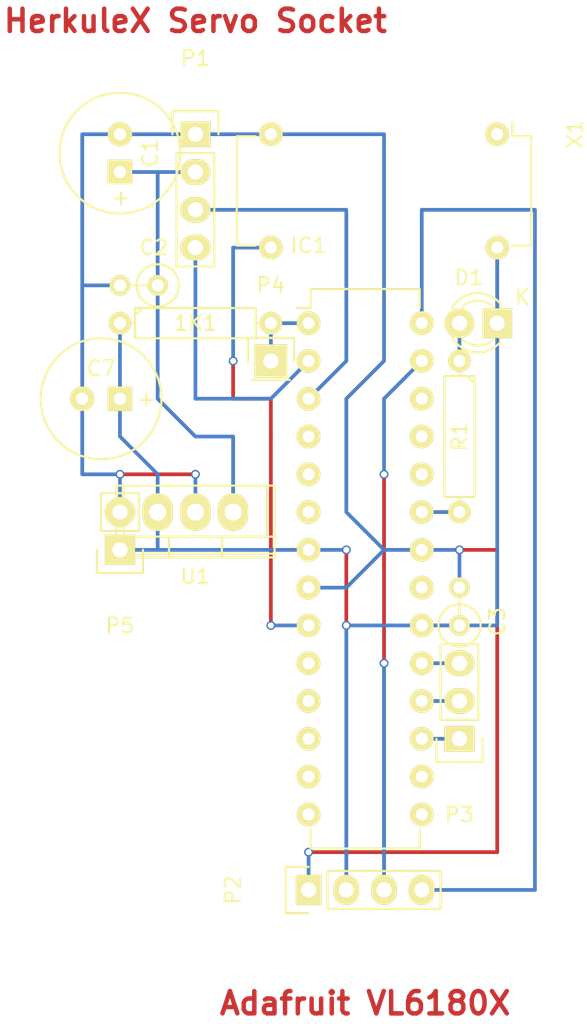
<source format=kicad_pcb>
(kicad_pcb (version 4) (host pcbnew 4.0.6)

  (general
    (links 34)
    (no_connects 0)
    (area 0 0 0 0)
    (thickness 1.6)
    (drawings 2)
    (tracks 106)
    (zones 0)
    (modules 15)
    (nets 29)
  )

  (page User 177.8 177.8)
  (title_block
    (title "Pentapod - Sensor Board")
    (date 2017-05-28)
    (comment 3 "with an Distance Sensor VL6180X")
    (comment 4 "Simulation of a Herkulex Servo Interface (Serial) but ")
  )

  (layers
    (0 F.Cu signal)
    (31 B.Cu signal)
    (32 B.Adhes user)
    (33 F.Adhes user)
    (34 B.Paste user)
    (35 F.Paste user)
    (36 B.SilkS user)
    (37 F.SilkS user)
    (38 B.Mask user)
    (39 F.Mask user)
    (40 Dwgs.User user)
    (41 Cmts.User user)
    (42 Eco1.User user)
    (43 Eco2.User user)
    (44 Edge.Cuts user)
    (45 Margin user)
    (46 B.CrtYd user)
    (47 F.CrtYd user)
    (48 B.Fab user)
    (49 F.Fab user)
  )

  (setup
    (last_trace_width 0.25)
    (trace_clearance 0.2)
    (zone_clearance 0.508)
    (zone_45_only no)
    (trace_min 0.2)
    (segment_width 0.2)
    (edge_width 0.1)
    (via_size 0.6)
    (via_drill 0.4)
    (via_min_size 0.4)
    (via_min_drill 0.3)
    (uvia_size 0.3)
    (uvia_drill 0.1)
    (uvias_allowed no)
    (uvia_min_size 0.2)
    (uvia_min_drill 0.1)
    (pcb_text_width 0.3)
    (pcb_text_size 1.5 1.5)
    (mod_edge_width 0.15)
    (mod_text_size 1 1)
    (mod_text_width 0.15)
    (pad_size 2.032 2.54)
    (pad_drill 1.143)
    (pad_to_mask_clearance 0)
    (aux_axis_origin 158.75 127)
    (visible_elements 7FFFFFFF)
    (pcbplotparams
      (layerselection 0x00030_80000001)
      (usegerberextensions false)
      (excludeedgelayer true)
      (linewidth 0.100000)
      (plotframeref false)
      (viasonmask false)
      (mode 1)
      (useauxorigin false)
      (hpglpennumber 1)
      (hpglpenspeed 20)
      (hpglpendiameter 15)
      (hpglpenoverlay 2)
      (psnegative false)
      (psa4output false)
      (plotreference true)
      (plotvalue true)
      (plotinvisibletext false)
      (padsonsilk false)
      (subtractmaskfromsilk false)
      (outputformat 1)
      (mirror false)
      (drillshape 0)
      (scaleselection 1)
      (outputdirectory ""))
  )

  (net 0 "")
  (net 1 GNDPWR)
  (net 2 "Net-(D1-Pad2)")
  (net 3 /+5V)
  (net 4 "Net-(1K1-Pad2)")
  (net 5 /VDD)
  (net 6 /RX)
  (net 7 /TX)
  (net 8 "Net-(IC1-Pad9)")
  (net 9 /MISO)
  (net 10 /SCK)
  (net 11 /MOSI)
  (net 12 /SDA)
  (net 13 /SCL)
  (net 14 "Net-(IC1-Pad23)")
  (net 15 "Net-(IC1-Pad4)")
  (net 16 "Net-(IC1-Pad5)")
  (net 17 "Net-(IC1-Pad6)")
  (net 18 "Net-(IC1-Pad10)")
  (net 19 "Net-(IC1-Pad11)")
  (net 20 "Net-(IC1-Pad12)")
  (net 21 "Net-(IC1-Pad13)")
  (net 22 "Net-(IC1-Pad14)")
  (net 23 "Net-(IC1-Pad15)")
  (net 24 "Net-(IC1-Pad16)")
  (net 25 "Net-(IC1-Pad21)")
  (net 26 "Net-(IC1-Pad24)")
  (net 27 "Net-(IC1-Pad25)")
  (net 28 "Net-(IC1-Pad26)")

  (net_class Default "Dies ist die voreingestellte Netzklasse."
    (clearance 0.2)
    (trace_width 0.25)
    (via_dia 0.6)
    (via_drill 0.4)
    (uvia_dia 0.3)
    (uvia_drill 0.1)
    (add_net /+5V)
    (add_net /MISO)
    (add_net /MOSI)
    (add_net /RX)
    (add_net /SCK)
    (add_net /SCL)
    (add_net /SDA)
    (add_net /TX)
    (add_net /VDD)
    (add_net GNDPWR)
    (add_net "Net-(1K1-Pad2)")
    (add_net "Net-(D1-Pad2)")
    (add_net "Net-(IC1-Pad10)")
    (add_net "Net-(IC1-Pad11)")
    (add_net "Net-(IC1-Pad12)")
    (add_net "Net-(IC1-Pad13)")
    (add_net "Net-(IC1-Pad14)")
    (add_net "Net-(IC1-Pad15)")
    (add_net "Net-(IC1-Pad16)")
    (add_net "Net-(IC1-Pad21)")
    (add_net "Net-(IC1-Pad23)")
    (add_net "Net-(IC1-Pad24)")
    (add_net "Net-(IC1-Pad25)")
    (add_net "Net-(IC1-Pad26)")
    (add_net "Net-(IC1-Pad4)")
    (add_net "Net-(IC1-Pad5)")
    (add_net "Net-(IC1-Pad6)")
    (add_net "Net-(IC1-Pad9)")
  )

  (module Discret:R4 (layer F.Cu) (tedit 0) (tstamp 5929542A)
    (at 85.09 63.5)
    (descr "Resitance 4 pas")
    (tags R)
    (path /59295D04)
    (fp_text reference 1K1 (at 0 0) (layer F.SilkS)
      (effects (font (size 1 1) (thickness 0.15)))
    )
    (fp_text value 1K (at 0 0) (layer F.Fab)
      (effects (font (size 1 1) (thickness 0.15)))
    )
    (fp_line (start -5.08 0) (end -4.064 0) (layer F.SilkS) (width 0.15))
    (fp_line (start -4.064 0) (end -4.064 -1.016) (layer F.SilkS) (width 0.15))
    (fp_line (start -4.064 -1.016) (end 4.064 -1.016) (layer F.SilkS) (width 0.15))
    (fp_line (start 4.064 -1.016) (end 4.064 1.016) (layer F.SilkS) (width 0.15))
    (fp_line (start 4.064 1.016) (end -4.064 1.016) (layer F.SilkS) (width 0.15))
    (fp_line (start -4.064 1.016) (end -4.064 0) (layer F.SilkS) (width 0.15))
    (fp_line (start -4.064 -0.508) (end -3.556 -1.016) (layer F.SilkS) (width 0.15))
    (fp_line (start 5.08 0) (end 4.064 0) (layer F.SilkS) (width 0.15))
    (pad 1 thru_hole circle (at -5.08 0) (size 1.524 1.524) (drill 0.8128) (layers *.Cu *.Mask F.SilkS)
      (net 3 /+5V))
    (pad 2 thru_hole circle (at 5.08 0) (size 1.524 1.524) (drill 0.8128) (layers *.Cu *.Mask F.SilkS)
      (net 4 "Net-(1K1-Pad2)"))
    (model Discret.3dshapes/R4.wrl
      (at (xyz 0 0 0))
      (scale (xyz 0.4 0.4 0.4))
      (rotate (xyz 0 0 0))
    )
  )

  (module Discret:R1 (layer F.Cu) (tedit 0) (tstamp 5929990D)
    (at 81.28 60.96 180)
    (descr "Resistance verticale")
    (tags R)
    (path /576C5127)
    (fp_text reference C2 (at -1.016 2.54 180) (layer F.SilkS)
      (effects (font (size 1 1) (thickness 0.15)))
    )
    (fp_text value 100nF (at -1.143 2.54 180) (layer F.Fab)
      (effects (font (size 1 1) (thickness 0.15)))
    )
    (fp_line (start -1.27 0) (end 1.27 0) (layer F.SilkS) (width 0.15))
    (fp_circle (center -1.27 0) (end -0.635 1.27) (layer F.SilkS) (width 0.15))
    (pad 1 thru_hole circle (at -1.27 0 180) (size 1.397 1.397) (drill 0.8128) (layers *.Cu *.Mask F.SilkS)
      (net 5 /VDD))
    (pad 2 thru_hole circle (at 1.27 0 180) (size 1.397 1.397) (drill 0.8128) (layers *.Cu *.Mask F.SilkS)
      (net 1 GNDPWR))
    (model Discret.3dshapes/R1.wrl
      (at (xyz 0 0 0))
      (scale (xyz 1 1 1))
      (rotate (xyz 0 0 0))
    )
  )

  (module Housings_DIP:DIP-14_W7.62mm (layer F.Cu) (tedit 5929517A) (tstamp 592951F9)
    (at 105.41 50.8 270)
    (descr "14-lead dip package, row spacing 7.62 mm (300 mils)")
    (tags "dil dip 2.54 300")
    (path /59294A20)
    (fp_text reference X1 (at 0 -5.22 270) (layer F.SilkS)
      (effects (font (size 1 1) (thickness 0.15)))
    )
    (fp_text value CRYSTAL_OSSCI (at 0 -3.72 270) (layer F.Fab)
      (effects (font (size 1 1) (thickness 0.15)))
    )
    (fp_line (start -1.05 -2.45) (end -1.05 17.7) (layer F.CrtYd) (width 0.05))
    (fp_line (start 8.65 -2.45) (end 8.65 17.7) (layer F.CrtYd) (width 0.05))
    (fp_line (start -1.05 -2.45) (end 8.65 -2.45) (layer F.CrtYd) (width 0.05))
    (fp_line (start -1.05 17.7) (end 8.65 17.7) (layer F.CrtYd) (width 0.05))
    (fp_line (start 0.135 -2.295) (end 0.135 -1.025) (layer F.SilkS) (width 0.15))
    (fp_line (start 7.485 -2.295) (end 7.485 -1.025) (layer F.SilkS) (width 0.15))
    (fp_line (start 7.485 17.535) (end 7.485 16.265) (layer F.SilkS) (width 0.15))
    (fp_line (start 0.135 17.535) (end 0.135 16.265) (layer F.SilkS) (width 0.15))
    (fp_line (start 0.135 -2.295) (end 7.485 -2.295) (layer F.SilkS) (width 0.15))
    (fp_line (start 0.135 17.535) (end 7.485 17.535) (layer F.SilkS) (width 0.15))
    (fp_line (start 0.135 -1.025) (end -0.8 -1.025) (layer F.SilkS) (width 0.15))
    (pad 1 thru_hole oval (at 0 0 270) (size 1.6 1.6) (drill 0.8) (layers *.Cu *.Mask F.SilkS))
    (pad 7 thru_hole oval (at 0 15.24 270) (size 1.6 1.6) (drill 0.8) (layers *.Cu *.Mask F.SilkS)
      (net 1 GNDPWR))
    (pad 8 thru_hole oval (at 7.62 15.24 270) (size 1.6 1.6) (drill 0.8) (layers *.Cu *.Mask F.SilkS)
      (net 8 "Net-(IC1-Pad9)"))
    (pad 14 thru_hole oval (at 7.62 0 270) (size 1.6 1.6) (drill 0.8) (layers *.Cu *.Mask F.SilkS)
      (net 3 /+5V))
    (model Housings_DIP.3dshapes/DIP-14_W7.62mm.wrl
      (at (xyz 0 0 0))
      (scale (xyz 1 1 1))
      (rotate (xyz 0 0 0))
    )
  )

  (module LEDs:LED-3MM (layer F.Cu) (tedit 559B82F6) (tstamp 59294F51)
    (at 105.41 63.5 180)
    (descr "LED 3mm round vertical")
    (tags "LED  3mm round vertical")
    (path /592960AC)
    (fp_text reference D1 (at 1.91 3.06 180) (layer F.SilkS)
      (effects (font (size 1 1) (thickness 0.15)))
    )
    (fp_text value LED (at 1.3 -2.9 180) (layer F.Fab)
      (effects (font (size 1 1) (thickness 0.15)))
    )
    (fp_line (start -1.2 2.3) (end 3.8 2.3) (layer F.CrtYd) (width 0.05))
    (fp_line (start 3.8 2.3) (end 3.8 -2.2) (layer F.CrtYd) (width 0.05))
    (fp_line (start 3.8 -2.2) (end -1.2 -2.2) (layer F.CrtYd) (width 0.05))
    (fp_line (start -1.2 -2.2) (end -1.2 2.3) (layer F.CrtYd) (width 0.05))
    (fp_line (start -0.199 1.314) (end -0.199 1.114) (layer F.SilkS) (width 0.15))
    (fp_line (start -0.199 -1.28) (end -0.199 -1.1) (layer F.SilkS) (width 0.15))
    (fp_arc (start 1.301 0.034) (end -0.199 -1.286) (angle 108.5) (layer F.SilkS) (width 0.15))
    (fp_arc (start 1.301 0.034) (end 0.25 -1.1) (angle 85.7) (layer F.SilkS) (width 0.15))
    (fp_arc (start 1.311 0.034) (end 3.051 0.994) (angle 110) (layer F.SilkS) (width 0.15))
    (fp_arc (start 1.301 0.034) (end 2.335 1.094) (angle 87.5) (layer F.SilkS) (width 0.15))
    (fp_text user K (at -1.69 1.74 180) (layer F.SilkS)
      (effects (font (size 1 1) (thickness 0.15)))
    )
    (pad 1 thru_hole rect (at 0 0 270) (size 2 2) (drill 1.00076) (layers *.Cu *.Mask F.SilkS)
      (net 3 /+5V))
    (pad 2 thru_hole circle (at 2.54 0 180) (size 2 2) (drill 1.00076) (layers *.Cu *.Mask F.SilkS)
      (net 2 "Net-(D1-Pad2)"))
    (model LEDs.3dshapes/LED-3MM.wrl
      (at (xyz 0.05 0 0))
      (scale (xyz 1 1 1))
      (rotate (xyz 0 0 90))
    )
  )

  (module Pin_Headers:Pin_Header_Straight_1x04 (layer F.Cu) (tedit 0) (tstamp 5929505E)
    (at 85.09 50.8)
    (descr "Through hole pin header")
    (tags "pin header")
    (path /59295693)
    (fp_text reference P1 (at 0 -5.1) (layer F.SilkS)
      (effects (font (size 1 1) (thickness 0.15)))
    )
    (fp_text value ServoIN (at 0 -3.1) (layer F.Fab)
      (effects (font (size 1 1) (thickness 0.15)))
    )
    (fp_line (start -1.75 -1.75) (end -1.75 9.4) (layer F.CrtYd) (width 0.05))
    (fp_line (start 1.75 -1.75) (end 1.75 9.4) (layer F.CrtYd) (width 0.05))
    (fp_line (start -1.75 -1.75) (end 1.75 -1.75) (layer F.CrtYd) (width 0.05))
    (fp_line (start -1.75 9.4) (end 1.75 9.4) (layer F.CrtYd) (width 0.05))
    (fp_line (start -1.27 1.27) (end -1.27 8.89) (layer F.SilkS) (width 0.15))
    (fp_line (start 1.27 1.27) (end 1.27 8.89) (layer F.SilkS) (width 0.15))
    (fp_line (start 1.55 -1.55) (end 1.55 0) (layer F.SilkS) (width 0.15))
    (fp_line (start -1.27 8.89) (end 1.27 8.89) (layer F.SilkS) (width 0.15))
    (fp_line (start 1.27 1.27) (end -1.27 1.27) (layer F.SilkS) (width 0.15))
    (fp_line (start -1.55 0) (end -1.55 -1.55) (layer F.SilkS) (width 0.15))
    (fp_line (start -1.55 -1.55) (end 1.55 -1.55) (layer F.SilkS) (width 0.15))
    (pad 1 thru_hole rect (at 0 0) (size 2.032 1.7272) (drill 1.016) (layers *.Cu *.Mask F.SilkS)
      (net 1 GNDPWR))
    (pad 2 thru_hole oval (at 0 2.54) (size 2.032 1.7272) (drill 1.016) (layers *.Cu *.Mask F.SilkS)
      (net 5 /VDD))
    (pad 3 thru_hole oval (at 0 5.08) (size 2.032 1.7272) (drill 1.016) (layers *.Cu *.Mask F.SilkS)
      (net 7 /TX))
    (pad 4 thru_hole oval (at 0 7.62) (size 2.032 1.7272) (drill 1.016) (layers *.Cu *.Mask F.SilkS)
      (net 6 /RX))
    (model Pin_Headers.3dshapes/Pin_Header_Straight_1x04.wrl
      (at (xyz 0 -0.15 0))
      (scale (xyz 1 1 1))
      (rotate (xyz 0 0 90))
    )
  )

  (module Discret:R4 (layer F.Cu) (tedit 0) (tstamp 5929542F)
    (at 102.87 71.12 270)
    (descr "Resitance 4 pas")
    (tags R)
    (path /59296242)
    (fp_text reference R1 (at 0 0 270) (layer F.SilkS)
      (effects (font (size 1 1) (thickness 0.15)))
    )
    (fp_text value 1K (at 0 0 270) (layer F.Fab)
      (effects (font (size 1 1) (thickness 0.15)))
    )
    (fp_line (start -5.08 0) (end -4.064 0) (layer F.SilkS) (width 0.15))
    (fp_line (start -4.064 0) (end -4.064 -1.016) (layer F.SilkS) (width 0.15))
    (fp_line (start -4.064 -1.016) (end 4.064 -1.016) (layer F.SilkS) (width 0.15))
    (fp_line (start 4.064 -1.016) (end 4.064 1.016) (layer F.SilkS) (width 0.15))
    (fp_line (start 4.064 1.016) (end -4.064 1.016) (layer F.SilkS) (width 0.15))
    (fp_line (start -4.064 1.016) (end -4.064 0) (layer F.SilkS) (width 0.15))
    (fp_line (start -4.064 -0.508) (end -3.556 -1.016) (layer F.SilkS) (width 0.15))
    (fp_line (start 5.08 0) (end 4.064 0) (layer F.SilkS) (width 0.15))
    (pad 1 thru_hole circle (at -5.08 0 270) (size 1.524 1.524) (drill 0.8128) (layers *.Cu *.Mask F.SilkS)
      (net 2 "Net-(D1-Pad2)"))
    (pad 2 thru_hole circle (at 5.08 0 270) (size 1.524 1.524) (drill 0.8128) (layers *.Cu *.Mask F.SilkS)
      (net 14 "Net-(IC1-Pad23)"))
    (model Discret.3dshapes/R4.wrl
      (at (xyz 0 0 0))
      (scale (xyz 0.4 0.4 0.4))
      (rotate (xyz 0 0 0))
    )
  )

  (module Power_Integrations:TO-220 (layer F.Cu) (tedit 59295382) (tstamp 59295434)
    (at 85.09 76.2 180)
    (descr "Non Isolated JEDEC TO-220 Package")
    (tags "Power Integration YN Package")
    (path /576C4E44)
    (fp_text reference U1 (at 0 -4.318 180) (layer F.SilkS)
      (effects (font (size 1 1) (thickness 0.15)))
    )
    (fp_text value 7805 (at 0 -4.318 180) (layer F.Fab)
      (effects (font (size 1 1) (thickness 0.15)))
    )
    (fp_line (start 4.826 -1.651) (end 4.826 1.778) (layer F.SilkS) (width 0.15))
    (fp_line (start -4.826 -1.651) (end -4.826 1.778) (layer F.SilkS) (width 0.15))
    (fp_line (start 5.334 -2.794) (end -5.334 -2.794) (layer F.SilkS) (width 0.15))
    (fp_line (start 1.778 -1.778) (end 1.778 -3.048) (layer F.SilkS) (width 0.15))
    (fp_line (start -1.778 -1.778) (end -1.778 -3.048) (layer F.SilkS) (width 0.15))
    (fp_line (start -5.334 -1.651) (end 5.334 -1.651) (layer F.SilkS) (width 0.15))
    (fp_line (start 5.334 1.778) (end -5.334 1.778) (layer F.SilkS) (width 0.15))
    (fp_line (start -5.334 -3.048) (end -5.334 1.778) (layer F.SilkS) (width 0.15))
    (fp_line (start 5.334 -3.048) (end 5.334 1.778) (layer F.SilkS) (width 0.15))
    (fp_line (start 5.334 -3.048) (end -5.334 -3.048) (layer F.SilkS) (width 0.15))
    (pad GND thru_hole oval (at 0 0 180) (size 2.032 2.54) (drill 1.143) (layers *.Cu *.Mask F.SilkS)
      (net 1 GNDPWR))
    (pad VO thru_hole oval (at 2.54 0 180) (size 2.032 2.54) (drill 1.143) (layers *.Cu *.Mask F.SilkS)
      (net 3 /+5V))
    (pad VI thru_hole oval (at -2.54 0 180) (size 2.032 2.54) (drill 1.143) (layers *.Cu *.Mask F.SilkS)
      (net 5 /VDD))
  )

  (module Pin_Headers:Pin_Header_Straight_1x04 (layer F.Cu) (tedit 592962A4) (tstamp 592954DF)
    (at 92.71 101.6 90)
    (descr "Through hole pin header")
    (tags "pin header")
    (path /5929710D)
    (fp_text reference P2 (at 0 -5.1 90) (layer F.SilkS)
      (effects (font (size 1 1) (thickness 0.15)))
    )
    (fp_text value VL6180X (at -2.54 3.81 180) (layer F.Fab)
      (effects (font (size 1 1) (thickness 0.15)))
    )
    (fp_line (start -1.75 -1.75) (end -1.75 9.4) (layer F.CrtYd) (width 0.05))
    (fp_line (start 1.75 -1.75) (end 1.75 9.4) (layer F.CrtYd) (width 0.05))
    (fp_line (start -1.75 -1.75) (end 1.75 -1.75) (layer F.CrtYd) (width 0.05))
    (fp_line (start -1.75 9.4) (end 1.75 9.4) (layer F.CrtYd) (width 0.05))
    (fp_line (start -1.27 1.27) (end -1.27 8.89) (layer F.SilkS) (width 0.15))
    (fp_line (start 1.27 1.27) (end 1.27 8.89) (layer F.SilkS) (width 0.15))
    (fp_line (start 1.55 -1.55) (end 1.55 0) (layer F.SilkS) (width 0.15))
    (fp_line (start -1.27 8.89) (end 1.27 8.89) (layer F.SilkS) (width 0.15))
    (fp_line (start 1.27 1.27) (end -1.27 1.27) (layer F.SilkS) (width 0.15))
    (fp_line (start -1.55 0) (end -1.55 -1.55) (layer F.SilkS) (width 0.15))
    (fp_line (start -1.55 -1.55) (end 1.55 -1.55) (layer F.SilkS) (width 0.15))
    (pad 1 thru_hole rect (at 0 0 90) (size 2.032 1.7272) (drill 1.016) (layers *.Cu *.Mask F.SilkS)
      (net 1 GNDPWR))
    (pad 2 thru_hole oval (at 0 2.54 90) (size 2.032 1.7272) (drill 1.016) (layers *.Cu *.Mask F.SilkS)
      (net 3 /+5V))
    (pad 3 thru_hole oval (at 0 5.08 90) (size 2.032 1.7272) (drill 1.016) (layers *.Cu *.Mask F.SilkS)
      (net 12 /SDA))
    (pad 4 thru_hole oval (at 0 7.62 90) (size 2.032 1.7272) (drill 1.016) (layers *.Cu *.Mask F.SilkS)
      (net 13 /SCL))
    (model Pin_Headers.3dshapes/Pin_Header_Straight_1x04.wrl
      (at (xyz 0 -0.15 0))
      (scale (xyz 1 1 1))
      (rotate (xyz 0 0 90))
    )
  )

  (module Housings_DIP:DIP-28_W7.62mm (layer F.Cu) (tedit 54130A77) (tstamp 5929575B)
    (at 92.71 63.5)
    (descr "28-lead dip package, row spacing 7.62 mm (300 mils)")
    (tags "dil dip 2.54 300")
    (path /59295829)
    (fp_text reference IC1 (at 0 -5.22) (layer F.SilkS)
      (effects (font (size 1 1) (thickness 0.15)))
    )
    (fp_text value ATMEGA328-P (at 0 -3.72) (layer F.Fab)
      (effects (font (size 1 1) (thickness 0.15)))
    )
    (fp_line (start -1.05 -2.45) (end -1.05 35.5) (layer F.CrtYd) (width 0.05))
    (fp_line (start 8.65 -2.45) (end 8.65 35.5) (layer F.CrtYd) (width 0.05))
    (fp_line (start -1.05 -2.45) (end 8.65 -2.45) (layer F.CrtYd) (width 0.05))
    (fp_line (start -1.05 35.5) (end 8.65 35.5) (layer F.CrtYd) (width 0.05))
    (fp_line (start 0.135 -2.295) (end 0.135 -1.025) (layer F.SilkS) (width 0.15))
    (fp_line (start 7.485 -2.295) (end 7.485 -1.025) (layer F.SilkS) (width 0.15))
    (fp_line (start 7.485 35.315) (end 7.485 34.045) (layer F.SilkS) (width 0.15))
    (fp_line (start 0.135 35.315) (end 0.135 34.045) (layer F.SilkS) (width 0.15))
    (fp_line (start 0.135 -2.295) (end 7.485 -2.295) (layer F.SilkS) (width 0.15))
    (fp_line (start 0.135 35.315) (end 7.485 35.315) (layer F.SilkS) (width 0.15))
    (fp_line (start 0.135 -1.025) (end -0.8 -1.025) (layer F.SilkS) (width 0.15))
    (pad 1 thru_hole oval (at 0 0) (size 1.6 1.6) (drill 0.8) (layers *.Cu *.Mask F.SilkS)
      (net 4 "Net-(1K1-Pad2)"))
    (pad 2 thru_hole oval (at 0 2.54) (size 1.6 1.6) (drill 0.8) (layers *.Cu *.Mask F.SilkS)
      (net 6 /RX))
    (pad 3 thru_hole oval (at 0 5.08) (size 1.6 1.6) (drill 0.8) (layers *.Cu *.Mask F.SilkS)
      (net 7 /TX))
    (pad 4 thru_hole oval (at 0 7.62) (size 1.6 1.6) (drill 0.8) (layers *.Cu *.Mask F.SilkS)
      (net 15 "Net-(IC1-Pad4)"))
    (pad 5 thru_hole oval (at 0 10.16) (size 1.6 1.6) (drill 0.8) (layers *.Cu *.Mask F.SilkS)
      (net 16 "Net-(IC1-Pad5)"))
    (pad 6 thru_hole oval (at 0 12.7) (size 1.6 1.6) (drill 0.8) (layers *.Cu *.Mask F.SilkS)
      (net 17 "Net-(IC1-Pad6)"))
    (pad 7 thru_hole oval (at 0 15.24) (size 1.6 1.6) (drill 0.8) (layers *.Cu *.Mask F.SilkS)
      (net 3 /+5V))
    (pad 8 thru_hole oval (at 0 17.78) (size 1.6 1.6) (drill 0.8) (layers *.Cu *.Mask F.SilkS)
      (net 1 GNDPWR))
    (pad 9 thru_hole oval (at 0 20.32) (size 1.6 1.6) (drill 0.8) (layers *.Cu *.Mask F.SilkS)
      (net 8 "Net-(IC1-Pad9)"))
    (pad 10 thru_hole oval (at 0 22.86) (size 1.6 1.6) (drill 0.8) (layers *.Cu *.Mask F.SilkS)
      (net 18 "Net-(IC1-Pad10)"))
    (pad 11 thru_hole oval (at 0 25.4) (size 1.6 1.6) (drill 0.8) (layers *.Cu *.Mask F.SilkS)
      (net 19 "Net-(IC1-Pad11)"))
    (pad 12 thru_hole oval (at 0 27.94) (size 1.6 1.6) (drill 0.8) (layers *.Cu *.Mask F.SilkS)
      (net 20 "Net-(IC1-Pad12)"))
    (pad 13 thru_hole oval (at 0 30.48) (size 1.6 1.6) (drill 0.8) (layers *.Cu *.Mask F.SilkS)
      (net 21 "Net-(IC1-Pad13)"))
    (pad 14 thru_hole oval (at 0 33.02) (size 1.6 1.6) (drill 0.8) (layers *.Cu *.Mask F.SilkS)
      (net 22 "Net-(IC1-Pad14)"))
    (pad 15 thru_hole oval (at 7.62 33.02) (size 1.6 1.6) (drill 0.8) (layers *.Cu *.Mask F.SilkS)
      (net 23 "Net-(IC1-Pad15)"))
    (pad 16 thru_hole oval (at 7.62 30.48) (size 1.6 1.6) (drill 0.8) (layers *.Cu *.Mask F.SilkS)
      (net 24 "Net-(IC1-Pad16)"))
    (pad 17 thru_hole oval (at 7.62 27.94) (size 1.6 1.6) (drill 0.8) (layers *.Cu *.Mask F.SilkS)
      (net 11 /MOSI))
    (pad 18 thru_hole oval (at 7.62 25.4) (size 1.6 1.6) (drill 0.8) (layers *.Cu *.Mask F.SilkS)
      (net 9 /MISO))
    (pad 19 thru_hole oval (at 7.62 22.86) (size 1.6 1.6) (drill 0.8) (layers *.Cu *.Mask F.SilkS)
      (net 10 /SCK))
    (pad 20 thru_hole oval (at 7.62 20.32) (size 1.6 1.6) (drill 0.8) (layers *.Cu *.Mask F.SilkS)
      (net 3 /+5V))
    (pad 21 thru_hole oval (at 7.62 17.78) (size 1.6 1.6) (drill 0.8) (layers *.Cu *.Mask F.SilkS)
      (net 25 "Net-(IC1-Pad21)"))
    (pad 22 thru_hole oval (at 7.62 15.24) (size 1.6 1.6) (drill 0.8) (layers *.Cu *.Mask F.SilkS)
      (net 1 GNDPWR))
    (pad 23 thru_hole oval (at 7.62 12.7) (size 1.6 1.6) (drill 0.8) (layers *.Cu *.Mask F.SilkS)
      (net 14 "Net-(IC1-Pad23)"))
    (pad 24 thru_hole oval (at 7.62 10.16) (size 1.6 1.6) (drill 0.8) (layers *.Cu *.Mask F.SilkS)
      (net 26 "Net-(IC1-Pad24)"))
    (pad 25 thru_hole oval (at 7.62 7.62) (size 1.6 1.6) (drill 0.8) (layers *.Cu *.Mask F.SilkS)
      (net 27 "Net-(IC1-Pad25)"))
    (pad 26 thru_hole oval (at 7.62 5.08) (size 1.6 1.6) (drill 0.8) (layers *.Cu *.Mask F.SilkS)
      (net 28 "Net-(IC1-Pad26)"))
    (pad 27 thru_hole oval (at 7.62 2.54) (size 1.6 1.6) (drill 0.8) (layers *.Cu *.Mask F.SilkS)
      (net 12 /SDA))
    (pad 28 thru_hole oval (at 7.62 0) (size 1.6 1.6) (drill 0.8) (layers *.Cu *.Mask F.SilkS)
      (net 13 /SCL))
    (model Housings_DIP.3dshapes/DIP-28_W7.62mm.wrl
      (at (xyz 0 0 0))
      (scale (xyz 1 1 1))
      (rotate (xyz 0 0 0))
    )
  )

  (module Pin_Headers:Pin_Header_Straight_1x03 (layer F.Cu) (tedit 0) (tstamp 59295EDE)
    (at 102.87 91.44 180)
    (descr "Through hole pin header")
    (tags "pin header")
    (path /59297DA8)
    (fp_text reference P3 (at 0 -5.1 180) (layer F.SilkS)
      (effects (font (size 1 1) (thickness 0.15)))
    )
    (fp_text value ISP (at 0 -3.1 180) (layer F.Fab)
      (effects (font (size 1 1) (thickness 0.15)))
    )
    (fp_line (start -1.75 -1.75) (end -1.75 6.85) (layer F.CrtYd) (width 0.05))
    (fp_line (start 1.75 -1.75) (end 1.75 6.85) (layer F.CrtYd) (width 0.05))
    (fp_line (start -1.75 -1.75) (end 1.75 -1.75) (layer F.CrtYd) (width 0.05))
    (fp_line (start -1.75 6.85) (end 1.75 6.85) (layer F.CrtYd) (width 0.05))
    (fp_line (start -1.27 1.27) (end -1.27 6.35) (layer F.SilkS) (width 0.15))
    (fp_line (start -1.27 6.35) (end 1.27 6.35) (layer F.SilkS) (width 0.15))
    (fp_line (start 1.27 6.35) (end 1.27 1.27) (layer F.SilkS) (width 0.15))
    (fp_line (start 1.55 -1.55) (end 1.55 0) (layer F.SilkS) (width 0.15))
    (fp_line (start 1.27 1.27) (end -1.27 1.27) (layer F.SilkS) (width 0.15))
    (fp_line (start -1.55 0) (end -1.55 -1.55) (layer F.SilkS) (width 0.15))
    (fp_line (start -1.55 -1.55) (end 1.55 -1.55) (layer F.SilkS) (width 0.15))
    (pad 1 thru_hole rect (at 0 0 180) (size 2.032 1.7272) (drill 1.016) (layers *.Cu *.Mask F.SilkS)
      (net 11 /MOSI))
    (pad 2 thru_hole oval (at 0 2.54 180) (size 2.032 1.7272) (drill 1.016) (layers *.Cu *.Mask F.SilkS)
      (net 9 /MISO))
    (pad 3 thru_hole oval (at 0 5.08 180) (size 2.032 1.7272) (drill 1.016) (layers *.Cu *.Mask F.SilkS)
      (net 10 /SCK))
    (model Pin_Headers.3dshapes/Pin_Header_Straight_1x03.wrl
      (at (xyz 0 -0.1 0))
      (scale (xyz 1 1 1))
      (rotate (xyz 0 0 90))
    )
  )

  (module Discret:C1V8 (layer F.Cu) (tedit 0) (tstamp 5929974E)
    (at 80.01 52.07 90)
    (path /576C5164)
    (fp_text reference C1 (at 0 2.032 90) (layer F.SilkS)
      (effects (font (size 1 1) (thickness 0.15)))
    )
    (fp_text value 47uF (at 0 -1.77546 90) (layer F.Fab)
      (effects (font (size 1 1) (thickness 0.15)))
    )
    (fp_text user + (at -3.04546 0 90) (layer F.SilkS)
      (effects (font (size 1 1) (thickness 0.15)))
    )
    (fp_circle (center 0 0) (end 4.064 0) (layer F.SilkS) (width 0.15))
    (pad 1 thru_hole rect (at -1.27 0 90) (size 1.651 1.651) (drill 0.8128) (layers *.Cu *.Mask F.SilkS)
      (net 5 /VDD))
    (pad 2 thru_hole circle (at 1.27 0 90) (size 1.651 1.651) (drill 0.8128) (layers *.Cu *.Mask F.SilkS)
      (net 1 GNDPWR))
    (model Discret.3dshapes/C1V8.wrl
      (at (xyz 0 0 0))
      (scale (xyz 1 1 1))
      (rotate (xyz 0 0 0))
    )
  )

  (module Discret:C1V8 (layer F.Cu) (tedit 0) (tstamp 5929975D)
    (at 78.74 68.58 180)
    (path /577C4445)
    (fp_text reference C7 (at 0 2.032 180) (layer F.SilkS)
      (effects (font (size 1 1) (thickness 0.15)))
    )
    (fp_text value 47uF (at 0 -1.77546 180) (layer F.Fab)
      (effects (font (size 1 1) (thickness 0.15)))
    )
    (fp_text user + (at -3.04546 0 180) (layer F.SilkS)
      (effects (font (size 1 1) (thickness 0.15)))
    )
    (fp_circle (center 0 0) (end 4.064 0) (layer F.SilkS) (width 0.15))
    (pad 1 thru_hole rect (at -1.27 0 180) (size 1.651 1.651) (drill 0.8128) (layers *.Cu *.Mask F.SilkS)
      (net 3 /+5V))
    (pad 2 thru_hole circle (at 1.27 0 180) (size 1.651 1.651) (drill 0.8128) (layers *.Cu *.Mask F.SilkS)
      (net 1 GNDPWR))
    (model Discret.3dshapes/C1V8.wrl
      (at (xyz 0 0 0))
      (scale (xyz 1 1 1))
      (rotate (xyz 0 0 0))
    )
  )

  (module Discret:R1 (layer F.Cu) (tedit 0) (tstamp 59299912)
    (at 102.87 82.55 90)
    (descr "Resistance verticale")
    (tags R)
    (path /59295606)
    (fp_text reference C3 (at -1.016 2.54 90) (layer F.SilkS)
      (effects (font (size 1 1) (thickness 0.15)))
    )
    (fp_text value 100nF (at -1.143 2.54 90) (layer F.Fab)
      (effects (font (size 1 1) (thickness 0.15)))
    )
    (fp_line (start -1.27 0) (end 1.27 0) (layer F.SilkS) (width 0.15))
    (fp_circle (center -1.27 0) (end -0.635 1.27) (layer F.SilkS) (width 0.15))
    (pad 1 thru_hole circle (at -1.27 0 90) (size 1.397 1.397) (drill 0.8128) (layers *.Cu *.Mask F.SilkS)
      (net 3 /+5V))
    (pad 2 thru_hole circle (at 1.27 0 90) (size 1.397 1.397) (drill 0.8128) (layers *.Cu *.Mask F.SilkS)
      (net 1 GNDPWR))
    (model Discret.3dshapes/R1.wrl
      (at (xyz 0 0 0))
      (scale (xyz 1 1 1))
      (rotate (xyz 0 0 0))
    )
  )

  (module Pin_Headers:Pin_Header_Straight_1x01 (layer F.Cu) (tedit 54EA08DC) (tstamp 5929DBD6)
    (at 90.17 66.04)
    (descr "Through hole pin header")
    (tags "pin header")
    (path /5929DF91)
    (fp_text reference P4 (at 0 -5.1) (layer F.SilkS)
      (effects (font (size 1 1) (thickness 0.15)))
    )
    (fp_text value RST (at 0 -3.1) (layer F.Fab)
      (effects (font (size 1 1) (thickness 0.15)))
    )
    (fp_line (start 1.55 -1.55) (end 1.55 0) (layer F.SilkS) (width 0.15))
    (fp_line (start -1.75 -1.75) (end -1.75 1.75) (layer F.CrtYd) (width 0.05))
    (fp_line (start 1.75 -1.75) (end 1.75 1.75) (layer F.CrtYd) (width 0.05))
    (fp_line (start -1.75 -1.75) (end 1.75 -1.75) (layer F.CrtYd) (width 0.05))
    (fp_line (start -1.75 1.75) (end 1.75 1.75) (layer F.CrtYd) (width 0.05))
    (fp_line (start -1.55 0) (end -1.55 -1.55) (layer F.SilkS) (width 0.15))
    (fp_line (start -1.55 -1.55) (end 1.55 -1.55) (layer F.SilkS) (width 0.15))
    (fp_line (start -1.27 1.27) (end 1.27 1.27) (layer F.SilkS) (width 0.15))
    (pad 1 thru_hole rect (at 0 0) (size 2.2352 2.2352) (drill 1.016) (layers *.Cu *.Mask F.SilkS)
      (net 4 "Net-(1K1-Pad2)"))
    (model Pin_Headers.3dshapes/Pin_Header_Straight_1x01.wrl
      (at (xyz 0 0 0))
      (scale (xyz 1 1 1))
      (rotate (xyz 0 0 90))
    )
  )

  (module Pin_Headers:Pin_Header_Straight_1x02 (layer F.Cu) (tedit 54EA090C) (tstamp 5931DC67)
    (at 80.01 78.74 180)
    (descr "Through hole pin header")
    (tags "pin header")
    (path /5931E64C)
    (fp_text reference P5 (at 0 -5.1 180) (layer F.SilkS)
      (effects (font (size 1 1) (thickness 0.15)))
    )
    (fp_text value VDD-GND (at 0 -3.1 180) (layer F.Fab)
      (effects (font (size 1 1) (thickness 0.15)))
    )
    (fp_line (start 1.27 1.27) (end 1.27 3.81) (layer F.SilkS) (width 0.15))
    (fp_line (start 1.55 -1.55) (end 1.55 0) (layer F.SilkS) (width 0.15))
    (fp_line (start -1.75 -1.75) (end -1.75 4.3) (layer F.CrtYd) (width 0.05))
    (fp_line (start 1.75 -1.75) (end 1.75 4.3) (layer F.CrtYd) (width 0.05))
    (fp_line (start -1.75 -1.75) (end 1.75 -1.75) (layer F.CrtYd) (width 0.05))
    (fp_line (start -1.75 4.3) (end 1.75 4.3) (layer F.CrtYd) (width 0.05))
    (fp_line (start 1.27 1.27) (end -1.27 1.27) (layer F.SilkS) (width 0.15))
    (fp_line (start -1.55 0) (end -1.55 -1.55) (layer F.SilkS) (width 0.15))
    (fp_line (start -1.55 -1.55) (end 1.55 -1.55) (layer F.SilkS) (width 0.15))
    (fp_line (start -1.27 1.27) (end -1.27 3.81) (layer F.SilkS) (width 0.15))
    (fp_line (start -1.27 3.81) (end 1.27 3.81) (layer F.SilkS) (width 0.15))
    (pad 1 thru_hole rect (at 0 0 180) (size 2.032 2.032) (drill 1.016) (layers *.Cu *.Mask F.SilkS)
      (net 3 /+5V))
    (pad 2 thru_hole oval (at 0 2.54 180) (size 2.032 2.032) (drill 1.016) (layers *.Cu *.Mask F.SilkS)
      (net 1 GNDPWR))
    (model Pin_Headers.3dshapes/Pin_Header_Straight_1x02.wrl
      (at (xyz 0 -0.05 0))
      (scale (xyz 1 1 1))
      (rotate (xyz 0 0 90))
    )
  )

  (gr_text "Adafruit VL6180X" (at 96.52 109.22) (layer F.Cu)
    (effects (font (size 1.5 1.5) (thickness 0.3)))
  )
  (gr_text "HerkuleX Servo Socket" (at 85.09 43.18) (layer F.Cu)
    (effects (font (size 1.5 1.5) (thickness 0.3)))
  )

  (segment (start 77.47 71.12) (end 77.47 73.66) (width 0.25) (layer B.Cu) (net 1))
  (segment (start 77.47 73.66) (end 80.01 73.66) (width 0.25) (layer B.Cu) (net 1) (tstamp 5932BBF3))
  (segment (start 80.01 76.2) (end 80.01 73.66) (width 0.25) (layer B.Cu) (net 1))
  (segment (start 105.41 99.06) (end 92.71 99.06) (width 0.25) (layer F.Cu) (net 1))
  (segment (start 92.71 99.06) (end 92.71 101.6) (width 0.25) (layer B.Cu) (net 1) (tstamp 5929C0E6) (status 20))
  (via (at 92.71 99.06) (size 0.6) (drill 0.4) (layers F.Cu B.Cu) (net 1))
  (via (at 102.87 78.74) (size 0.6) (drill 0.4) (layers F.Cu B.Cu) (net 1) (status 30))
  (segment (start 105.41 78.74) (end 102.87 78.74) (width 0.25) (layer F.Cu) (net 1) (tstamp 59296289) (status 20))
  (segment (start 80.01 60.96) (end 77.47 60.96) (width 0.25) (layer B.Cu) (net 1))
  (segment (start 77.47 60.96) (end 77.47 68.58) (width 0.25) (layer B.Cu) (net 1))
  (segment (start 102.87 78.74) (end 102.87 81.28) (width 0.25) (layer B.Cu) (net 1))
  (segment (start 100.33 78.74) (end 102.87 78.74) (width 0.25) (layer B.Cu) (net 1))
  (segment (start 102.87 78.74) (end 102.87 78.74) (width 0.25) (layer B.Cu) (net 1) (tstamp 5929A241))
  (segment (start 77.47 58.42) (end 77.47 60.96) (width 0.25) (layer B.Cu) (net 1))
  (segment (start 77.47 50.8) (end 77.47 58.42) (width 0.25) (layer B.Cu) (net 1) (tstamp 5929A00A))
  (segment (start 80.01 50.8) (end 77.47 50.8) (width 0.25) (layer B.Cu) (net 1))
  (segment (start 77.47 60.96) (end 77.47 60.96) (width 0.25) (layer B.Cu) (net 1) (tstamp 5929A017) (status 20))
  (segment (start 77.47 68.58) (end 77.47 71.12) (width 0.25) (layer B.Cu) (net 1) (status 10))
  (via (at 85.09 73.66) (size 0.6) (drill 0.4) (layers F.Cu B.Cu) (net 1))
  (segment (start 85.09 76.2) (end 85.09 73.66) (width 0.25) (layer B.Cu) (net 1) (status 10))
  (via (at 80.01 73.66) (size 0.6) (drill 0.4) (layers F.Cu B.Cu) (net 1))
  (segment (start 85.09 73.66) (end 80.01 73.66) (width 0.25) (layer F.Cu) (net 1) (tstamp 59299BAF))
  (segment (start 97.79 78.74) (end 95.25 76.2) (width 0.25) (layer B.Cu) (net 1))
  (segment (start 97.79 50.8) (end 90.17 50.8) (width 0.25) (layer B.Cu) (net 1) (tstamp 59299B08))
  (segment (start 97.79 66.04) (end 97.79 50.8) (width 0.25) (layer B.Cu) (net 1) (tstamp 59299B07))
  (segment (start 95.25 68.58) (end 97.79 66.04) (width 0.25) (layer B.Cu) (net 1) (tstamp 59299B05))
  (segment (start 95.25 76.2) (end 95.25 68.58) (width 0.25) (layer B.Cu) (net 1) (tstamp 59299B04))
  (segment (start 85.09 50.8) (end 90.17 50.8) (width 0.25) (layer B.Cu) (net 1))
  (segment (start 85.09 50.8) (end 80.01 50.8) (width 0.25) (layer B.Cu) (net 1))
  (segment (start 92.71 81.28) (end 95.25 81.28) (width 0.25) (layer B.Cu) (net 1))
  (segment (start 97.79 78.74) (end 100.33 78.74) (width 0.25) (layer B.Cu) (net 1) (tstamp 592960F8))
  (segment (start 95.25 81.28) (end 97.79 78.74) (width 0.25) (layer B.Cu) (net 1) (tstamp 592960F7))
  (segment (start 105.41 99.06) (end 105.41 78.74) (width 0.25) (layer F.Cu) (net 1) (tstamp 59296288))
  (segment (start 102.87 63.5) (end 102.87 66.04) (width 0.25) (layer B.Cu) (net 2))
  (segment (start 95.25 101.6) (end 95.25 83.82) (width 0.25) (layer B.Cu) (net 3) (status 400000))
  (segment (start 82.55 73.66) (end 80.01 71.12) (width 0.25) (layer B.Cu) (net 3))
  (segment (start 80.01 68.58) (end 80.01 71.12) (width 0.25) (layer B.Cu) (net 3))
  (segment (start 82.55 73.66) (end 82.55 76.2) (width 0.25) (layer B.Cu) (net 3) (tstamp 5932BB9E))
  (segment (start 82.55 78.74) (end 80.01 78.74) (width 0.25) (layer B.Cu) (net 3))
  (via (at 95.25 83.82) (size 0.6) (drill 0.4) (layers F.Cu B.Cu) (net 3))
  (segment (start 95.25 83.82) (end 95.25 78.74) (width 0.25) (layer F.Cu) (net 3) (tstamp 592960E9))
  (segment (start 105.41 63.5) (end 105.41 58.42) (width 0.25) (layer B.Cu) (net 3))
  (segment (start 102.87 83.82) (end 102.87 83.82) (width 0.25) (layer B.Cu) (net 3) (status 10))
  (segment (start 82.55 76.2) (end 82.55 78.74) (width 0.25) (layer B.Cu) (net 3))
  (segment (start 92.71 78.74) (end 82.55 78.74) (width 0.25) (layer B.Cu) (net 3))
  (segment (start 80.01 68.58) (end 80.01 63.5) (width 0.25) (layer B.Cu) (net 3) (status 10))
  (segment (start 100.33 83.82) (end 95.25 83.82) (width 0.25) (layer B.Cu) (net 3))
  (segment (start 93.98 78.74) (end 92.71 78.74) (width 0.25) (layer B.Cu) (net 3) (tstamp 592960ED))
  (segment (start 95.25 78.74) (end 93.98 78.74) (width 0.25) (layer B.Cu) (net 3) (tstamp 592960EC))
  (via (at 95.25 78.74) (size 0.6) (drill 0.4) (layers F.Cu B.Cu) (net 3))
  (segment (start 102.87 83.82) (end 100.33 83.82) (width 0.25) (layer B.Cu) (net 3) (tstamp 59295FD5))
  (segment (start 105.41 58.42) (end 105.41 58.42) (width 0.25) (layer B.Cu) (net 3))
  (segment (start 105.41 58.42) (end 105.41 60.96) (width 0.25) (layer B.Cu) (net 3) (tstamp 59295FC9))
  (segment (start 105.41 60.96) (end 105.41 83.82) (width 0.25) (layer B.Cu) (net 3) (tstamp 59296095))
  (segment (start 105.41 83.82) (end 102.87 83.82) (width 0.25) (layer B.Cu) (net 3) (tstamp 59295FCA))
  (segment (start 102.87 83.82) (end 100.33 83.82) (width 0.25) (layer B.Cu) (net 3) (tstamp 59295F56))
  (segment (start 90.17 63.5) (end 90.17 66.04) (width 0.25) (layer B.Cu) (net 4))
  (segment (start 92.71 63.5) (end 90.17 63.5) (width 0.25) (layer B.Cu) (net 4))
  (segment (start 82.55 68.58) (end 85.09 71.12) (width 0.25) (layer B.Cu) (net 5))
  (segment (start 87.63 71.12) (end 87.63 76.2) (width 0.25) (layer B.Cu) (net 5) (tstamp 5929AC0D))
  (segment (start 87.63 76.2) (end 87.63 71.12) (width 0.25) (layer B.Cu) (net 5))
  (segment (start 87.63 71.12) (end 85.09 71.12) (width 0.25) (layer B.Cu) (net 5) (tstamp 59299EC7))
  (segment (start 82.55 53.34) (end 82.55 60.96) (width 0.25) (layer B.Cu) (net 5))
  (segment (start 82.55 60.96) (end 82.55 68.58) (width 0.25) (layer B.Cu) (net 5) (tstamp 5929B021))
  (segment (start 80.01 53.34) (end 82.55 53.34) (width 0.25) (layer B.Cu) (net 5))
  (segment (start 82.55 53.34) (end 85.09 53.34) (width 0.25) (layer B.Cu) (net 5) (tstamp 59299A46))
  (segment (start 90.17 68.58) (end 92.71 66.04) (width 0.25) (layer B.Cu) (net 6))
  (segment (start 85.09 68.58) (end 85.09 58.42) (width 0.25) (layer B.Cu) (net 6) (tstamp 592999CF))
  (segment (start 90.17 68.58) (end 85.09 68.58) (width 0.25) (layer B.Cu) (net 6) (tstamp 592999CE))
  (segment (start 92.71 68.58) (end 95.25 66.04) (width 0.25) (layer B.Cu) (net 7))
  (segment (start 85.09 55.88) (end 95.25 55.88) (width 0.25) (layer B.Cu) (net 7))
  (segment (start 95.25 55.88) (end 95.25 66.04) (width 0.25) (layer B.Cu) (net 7) (tstamp 592997CF))
  (segment (start 90.17 68.58) (end 88.9 68.58) (width 0.25) (layer F.Cu) (net 8))
  (segment (start 87.63 68.58) (end 88.9 68.58) (width 0.25) (layer F.Cu) (net 8) (tstamp 5932A2BC))
  (segment (start 87.63 68.58) (end 87.63 66.04) (width 0.25) (layer F.Cu) (net 8))
  (segment (start 90.17 68.58) (end 90.17 71.12) (width 0.25) (layer F.Cu) (net 8) (tstamp 5932A293))
  (segment (start 87.63 60.96) (end 87.63 58.42) (width 0.25) (layer B.Cu) (net 8))
  (segment (start 87.63 58.42) (end 90.17 58.42) (width 0.25) (layer B.Cu) (net 8) (tstamp 5929DB0C))
  (segment (start 87.63 60.96) (end 87.63 66.04) (width 0.25) (layer B.Cu) (net 8))
  (segment (start 87.63 66.04) (end 87.63 66.04) (width 0.25) (layer B.Cu) (net 8) (tstamp 59299BF0))
  (via (at 87.63 66.04) (size 0.6) (drill 0.4) (layers F.Cu B.Cu) (net 8))
  (segment (start 90.17 71.12) (end 90.17 83.82) (width 0.25) (layer F.Cu) (net 8) (tstamp 592999E0))
  (segment (start 90.17 71.12) (end 90.17 71.12) (width 0.25) (layer F.Cu) (net 8) (tstamp 592999DF))
  (segment (start 87.63 66.04) (end 87.63 66.04) (width 0.25) (layer B.Cu) (net 8))
  (segment (start 90.17 83.82) (end 92.71 83.82) (width 0.25) (layer B.Cu) (net 8) (tstamp 592999BF))
  (via (at 90.17 83.82) (size 0.6) (drill 0.4) (layers F.Cu B.Cu) (net 8))
  (segment (start 100.33 88.9) (end 102.87 88.9) (width 0.25) (layer B.Cu) (net 9))
  (segment (start 100.33 86.36) (end 102.87 86.36) (width 0.25) (layer B.Cu) (net 10))
  (segment (start 100.33 91.44) (end 102.87 91.44) (width 0.25) (layer B.Cu) (net 11))
  (segment (start 97.79 86.36) (end 97.79 101.6) (width 0.25) (layer B.Cu) (net 12))
  (segment (start 97.79 99.06) (end 97.79 100.33) (width 0.25) (layer B.Cu) (net 12))
  (segment (start 97.79 97.79) (end 97.79 99.06) (width 0.25) (layer B.Cu) (net 12))
  (segment (start 97.79 97.79) (end 97.79 86.36) (width 0.25) (layer B.Cu) (net 12) (tstamp 59295857))
  (segment (start 97.79 73.66) (end 97.79 68.58) (width 0.25) (layer B.Cu) (net 12) (tstamp 5929585E))
  (via (at 97.79 73.66) (size 0.6) (drill 0.4) (layers F.Cu B.Cu) (net 12))
  (segment (start 97.79 86.36) (end 97.79 73.66) (width 0.25) (layer F.Cu) (net 12) (tstamp 5929585B))
  (via (at 97.79 86.36) (size 0.6) (drill 0.4) (layers F.Cu B.Cu) (net 12))
  (segment (start 100.33 66.04) (end 97.79 68.58) (width 0.25) (layer B.Cu) (net 12))
  (segment (start 100.33 101.6) (end 107.95 101.6) (width 0.25) (layer B.Cu) (net 13))
  (segment (start 107.95 101.6) (end 107.95 99.06) (width 0.25) (layer B.Cu) (net 13) (tstamp 5929C11A))
  (segment (start 100.33 63.5) (end 100.33 60.96) (width 0.25) (layer B.Cu) (net 13))
  (segment (start 100.33 60.96) (end 100.33 55.88) (width 0.25) (layer B.Cu) (net 13) (tstamp 59295FEA))
  (segment (start 100.33 55.88) (end 107.95 55.88) (width 0.25) (layer B.Cu) (net 13) (tstamp 59295FEE))
  (segment (start 107.95 55.88) (end 107.95 99.06) (width 0.25) (layer B.Cu) (net 13) (tstamp 59295FF3))
  (segment (start 100.33 76.2) (end 102.87 76.2) (width 0.25) (layer B.Cu) (net 14) (status 20))
  (segment (start 102.87 76.2) (end 102.87 76.2) (width 0.25) (layer B.Cu) (net 14) (tstamp 59295FE4) (status 30))

)

</source>
